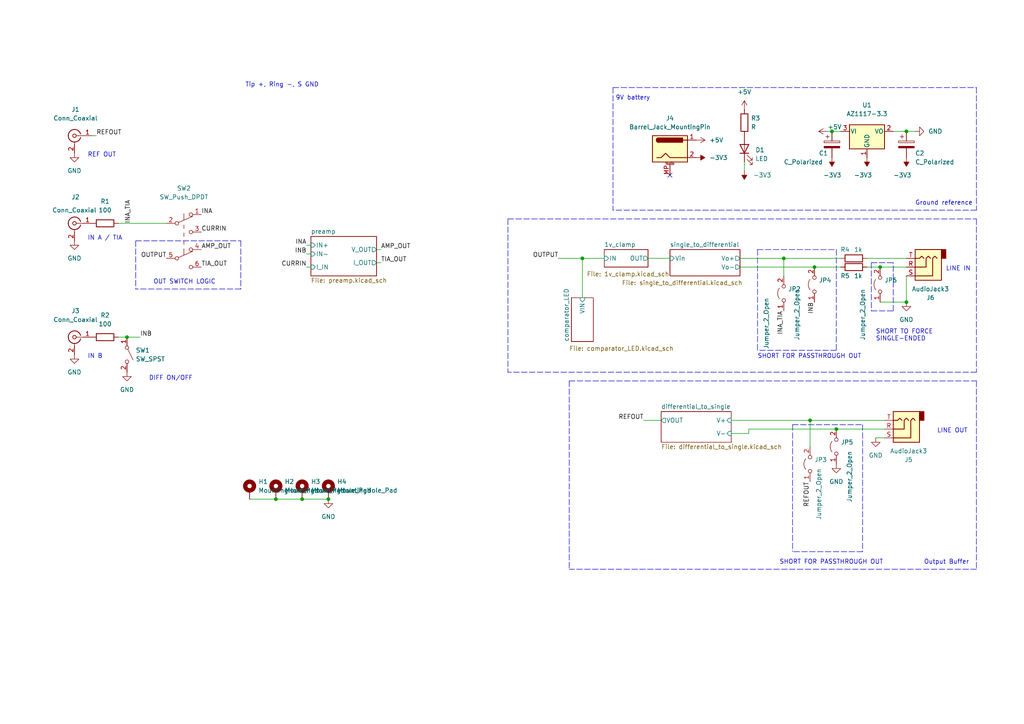
<source format=kicad_sch>
(kicad_sch (version 20211123) (generator eeschema)
  (paper "A4")
  (lib_symbols
    (symbol "Connector:AudioJack3"
      (property "Reference" "J" (at 0 8.89 0))
      (property "Value" "AudioJack3" (at 0 6.35 0))
      (symbol "AudioJack3_0_1"
        (rectangle (start -5.08 -5.08) (end -6.35 -2.54) (stroke (width 0.254)) (fill (type outline)))
        (polyline (pts (xy 0 -2.54) (xy 0.635 -3.175) (xy 1.27 -2.54) (xy 2.54 -2.54)) (stroke (width 0.254)))
        (polyline (pts (xy -1.905 -2.54) (xy -1.27 -3.175) (xy -0.635 -2.54) (xy -0.635 0) (xy 2.54 0)) (stroke (width 0.254)))
        (polyline (pts (xy 2.54 2.54) (xy -2.54 2.54) (xy -2.54 -2.54) (xy -3.175 -3.175) (xy -3.81 -2.54)) (stroke (width 0.254)))
        (rectangle (start 2.54 3.81) (end -5.08 -5.08) (stroke (width 0.254)) (fill (type background)))
      )
      (symbol "AudioJack3_1_1"
        (pin passive line (at 5.08 0 180) (length 2.54) (name "~") (number "R"))
        (pin passive line (at 5.08 2.54 180) (length 2.54) (name "~") (number "S"))
        (pin passive line (at 5.08 -2.54 180) (length 2.54) (name "~") (number "T"))
      )
    )
    (symbol "Connector:Barrel_Jack_MountingPin" (pin_names hide)
      (property "Reference" "J" (at 0 5.334 0))
      (property "Value" "Barrel_Jack_MountingPin" (at 1.27 -6.35 0))
      (symbol "Barrel_Jack_MountingPin_0_1"
        (rectangle (start -5.08 3.81) (end 5.08 -3.81) (stroke (width 0.254)) (fill (type background)))
        (arc (start -3.302 3.175) (mid -3.937 2.54) (end -3.302 1.905) (stroke (width 0.254)))
        (arc (start -3.302 3.175) (mid -3.937 2.54) (end -3.302 1.905) (stroke (width 0.254)) (fill (type outline)))
        (polyline (pts (xy 5.08 2.54) (xy 3.81 2.54)) (stroke (width 0.254)))
        (polyline (pts (xy -3.81 -2.54) (xy -2.54 -2.54) (xy -1.27 -1.27) (xy 0 -2.54) (xy 2.54 -2.54) (xy 5.08 -2.54)) (stroke (width 0.254)))
        (rectangle (start 3.683 3.175) (end -3.302 1.905) (stroke (width 0.254)) (fill (type outline)))
      )
      (symbol "Barrel_Jack_MountingPin_1_1"
        (polyline (pts (xy -1.016 -4.572) (xy 1.016 -4.572)) (stroke (width 0.1524)))
        (text "Mounting" (at 0 -4.191 0) (effects (font (size 0.381 0.381))))
        (pin passive line (at 7.62 2.54 180) (length 2.54) (name "~") (number "1"))
        (pin passive line (at 7.62 -2.54 180) (length 2.54) (name "~") (number "2"))
        (pin passive line (at 0 -7.62 90) (length 3.048) (name "MountPin") (number "MP"))
      )
    )
    (symbol "Connector:Conn_Coaxial" (pin_names (offset 1.016) hide)
      (property "Reference" "J" (at 0.254 3.048 0))
      (property "Value" "Conn_Coaxial" (at 2.921 0 90))
      (symbol "Conn_Coaxial_0_1"
        (arc (start -1.778 -0.508) (mid 0.2311 -1.8066) (end 1.778 0) (stroke (width 0.254)))
        (polyline (pts (xy -2.54 0) (xy -0.508 0)))
        (polyline (pts (xy 0 -2.54) (xy 0 -1.778)))
        (circle (center 0 0) (radius 0.508) (stroke (width 0.2032)))
        (arc (start 1.778 0) (mid 0.2099 1.8101) (end -1.778 0.508) (stroke (width 0.254)))
      )
      (symbol "Conn_Coaxial_1_1"
        (pin passive line (at -5.08 0 0) (length 2.54) (name "In") (number "1"))
        (pin passive line (at 0 -5.08 90) (length 2.54) (name "Ext") (number "2"))
      )
    )
    (symbol "Device:C_Polarized" (pin_numbers hide) (pin_names (offset 0.254))
      (property "Reference" "C" (at 0.635 2.54 0))
      (property "Value" "C_Polarized" (at 0.635 -2.54 0))
      (symbol "C_Polarized_0_1"
        (rectangle (start -2.286 0.508) (end 2.286 1.016))
        (polyline (pts (xy -1.778 2.286) (xy -0.762 2.286)))
        (polyline (pts (xy -1.27 2.794) (xy -1.27 1.778)))
        (rectangle (start 2.286 -0.508) (end -2.286 -1.016) (fill (type outline)))
      )
      (symbol "C_Polarized_1_1"
        (pin passive line (at 0 3.81 270) (length 2.794) (name "~") (number "1"))
        (pin passive line (at 0 -3.81 90) (length 2.794) (name "~") (number "2"))
      )
    )
    (symbol "Device:LED" (pin_numbers hide) (pin_names (offset 1.016) hide)
      (property "Reference" "D" (at 0 2.54 0))
      (property "Value" "LED" (at 0 -2.54 0))
      (symbol "LED_0_1"
        (polyline (pts (xy -1.27 -1.27) (xy -1.27 1.27)) (stroke (width 0.254)))
        (polyline (pts (xy -1.27 0) (xy 1.27 0)))
        (polyline (pts (xy 1.27 -1.27) (xy 1.27 1.27) (xy -1.27 0) (xy 1.27 -1.27)) (stroke (width 0.254)))
        (polyline (pts (xy -3.048 -0.762) (xy -4.572 -2.286) (xy -3.81 -2.286) (xy -4.572 -2.286) (xy -4.572 -1.524)))
        (polyline (pts (xy -1.778 -0.762) (xy -3.302 -2.286) (xy -2.54 -2.286) (xy -3.302 -2.286) (xy -3.302 -1.524)))
      )
      (symbol "LED_1_1"
        (pin passive line (at -3.81 0 0) (length 2.54) (name "K") (number "1"))
        (pin passive line (at 3.81 0 180) (length 2.54) (name "A") (number "2"))
      )
    )
    (symbol "Device:R" (pin_numbers hide) (pin_names (offset 0))
      (property "Reference" "R" (at 2.032 0 90))
      (property "Value" "R" (at 0 0 90))
      (symbol "R_0_1"
        (rectangle (start -1.016 -2.54) (end 1.016 2.54) (stroke (width 0.254)))
      )
      (symbol "R_1_1"
        (pin passive line (at 0 3.81 270) (length 1.27) (name "~") (number "1"))
        (pin passive line (at 0 -3.81 90) (length 1.27) (name "~") (number "2"))
      )
    )
    (symbol "Jumper:Jumper_2_Open" (pin_names (offset 0) hide)
      (property "Reference" "JP" (at 0 2.794 0))
      (property "Value" "Jumper_2_Open" (at 0 -2.286 0))
      (symbol "Jumper_2_Open_0_0"
        (circle (center -2.032 0) (radius 0.508))
        (circle (center 2.032 0) (radius 0.508))
      )
      (symbol "Jumper_2_Open_0_1"
        (arc (start 1.524 1.27) (mid 0 1.778) (end -1.524 1.27))
      )
      (symbol "Jumper_2_Open_1_1"
        (pin passive line (at -5.08 0 0) (length 2.54) (name "A") (number "1"))
        (pin passive line (at 5.08 0 180) (length 2.54) (name "B") (number "2"))
      )
    )
    (symbol "Mechanical:MountingHole_Pad" (pin_numbers hide) (pin_names (offset 1.016) hide)
      (property "Reference" "H" (at 0 6.35 0))
      (property "Value" "MountingHole_Pad" (at 0 4.445 0))
      (symbol "MountingHole_Pad_0_1"
        (circle (center 0 1.27) (radius 1.27) (stroke (width 1.27)))
      )
      (symbol "MountingHole_Pad_1_1"
        (pin input line (at 0 -2.54 90) (length 2.54) (name "1") (number "1"))
      )
    )
    (symbol "Regulator_Linear:AZ1117-3.3" (pin_names (offset 0.254))
      (property "Reference" "U" (at -3.81 3.175 0))
      (property "Value" "AZ1117-3.3" (at 0 3.175 0))
      (symbol "AZ1117-3.3_0_1"
        (rectangle (start -5.08 1.905) (end 5.08 -5.08) (stroke (width 0.254)) (fill (type background)))
      )
      (symbol "AZ1117-3.3_1_1"
        (pin power_in line (at 0 -7.62 90) (length 2.54) (name "GND") (number "1"))
        (pin power_out line (at 7.62 0 180) (length 2.54) (name "VO") (number "2"))
        (pin power_in line (at -7.62 0 0) (length 2.54) (name "VI") (number "3"))
      )
    )
    (symbol "Switch:SW_Push_DPDT" (pin_names (offset 0) hide)
      (property "Reference" "SW" (at 0 8.89 0))
      (property "Value" "SW_Push_DPDT" (at 0 -10.16 0))
      (symbol "SW_Push_DPDT_0_0"
        (circle (center -2.032 -5.08) (radius 0.508))
        (circle (center -2.032 5.08) (radius 0.508))
        (circle (center 2.032 -7.62) (radius 0.508))
        (circle (center 2.032 2.54) (radius 0.508))
      )
      (symbol "SW_Push_DPDT_0_1"
        (polyline (pts (xy -1.524 -4.826) (xy 2.54 -3.048)))
        (polyline (pts (xy -1.524 5.334) (xy 2.54 7.112)))
        (polyline (pts (xy 0 -2.286) (xy 0 -4.064)))
        (polyline (pts (xy 0 -1.016) (xy 0 0)))
        (polyline (pts (xy 0 1.27) (xy 0 2.286)))
        (polyline (pts (xy 0 3.556) (xy 0 4.572)))
        (polyline (pts (xy 0 7.874) (xy 0 6.096)))
        (circle (center 2.032 -2.54) (radius 0.508))
        (circle (center 2.032 7.62) (radius 0.508))
      )
      (symbol "SW_Push_DPDT_1_1"
        (pin passive line (at 5.08 7.62 180) (length 2.54) (name "A") (number "1"))
        (pin passive line (at -5.08 5.08 0) (length 2.54) (name "B") (number "2"))
        (pin passive line (at 5.08 2.54 180) (length 2.54) (name "C") (number "3"))
        (pin passive line (at 5.08 -2.54 180) (length 2.54) (name "A") (number "4"))
        (pin passive line (at -5.08 -5.08 0) (length 2.54) (name "B") (number "5"))
        (pin passive line (at 5.08 -7.62 180) (length 2.54) (name "C") (number "6"))
      )
    )
    (symbol "Switch:SW_SPST" (pin_names (offset 0) hide)
      (property "Reference" "SW" (at 0 3.175 0))
      (property "Value" "SW_SPST" (at 0 -2.54 0))
      (symbol "SW_SPST_0_0"
        (circle (center -2.032 0) (radius 0.508))
        (polyline (pts (xy -1.524 0.254) (xy 1.524 1.778)))
        (circle (center 2.032 0) (radius 0.508))
      )
      (symbol "SW_SPST_1_1"
        (pin passive line (at -5.08 0 0) (length 2.54) (name "A") (number "1"))
        (pin passive line (at 5.08 0 180) (length 2.54) (name "B") (number "2"))
      )
    )
    (symbol "power:+5V" (power) (pin_names (offset 0))
      (property "Value" "+5V" (at 0 3.556 0))
      (symbol "+5V_0_1"
        (polyline (pts (xy -0.762 1.27) (xy 0 2.54)))
        (polyline (pts (xy 0 0) (xy 0 2.54)))
        (polyline (pts (xy 0 2.54) (xy 0.762 1.27)))
      )
      (symbol "+5V_1_1"
        (pin power_in line (at 0 0 90) (length 0) hide (name "+5V") (number "1"))
      )
    )
    (symbol "power:-3V3" (power) (pin_names (offset 0))
      (property "Value" "-3V3" (at 0 3.81 0))
      (symbol "-3V3_0_0"
        (pin power_in line (at 0 0 90) (length 0) hide (name "-3V3") (number "1"))
      )
      (symbol "-3V3_0_1"
        (polyline (pts (xy 0 0) (xy 0 1.27) (xy 0.762 1.27) (xy 0 2.54) (xy -0.762 1.27) (xy 0 1.27)) (fill (type outline)))
      )
    )
    (symbol "power:GND" (power) (pin_names (offset 0))
      (property "Value" "GND" (at 0 -3.81 0))
      (symbol "GND_0_1"
        (polyline (pts (xy 0 0) (xy 0 -1.27) (xy 1.27 -1.27) (xy 0 -2.54) (xy -1.27 -1.27) (xy 0 -1.27)))
      )
      (symbol "GND_1_1"
        (pin power_in line (at 0 0 270) (length 0) hide (name "GND") (number "1"))
      )
    )
  )
  (junction (at 80.01 144.78))
  (junction (at 234.95 121.92))
  (junction (at 168.91 74.93))
  (junction (at 262.89 38.1))
  (junction (at 236.22 77.47))
  (junction (at 95.25 144.78))
  (junction (at 241.3 38.1))
  (junction (at 36.83 97.79))
  (junction (at 262.89 87.63))
  (junction (at 255.27 77.47))
  (junction (at 227.33 74.93))
  (junction (at 242.57 124.46))
  (junction (at 87.63 144.78))
  (no_connect (at 194.31 50.8))
  (wire (pts (xy 186.69 121.92) (xy 191.77 121.92)))
  (wire (pts (xy 241.3 38.1) (xy 243.84 38.1)))
  (polyline (pts (xy 283.21 63.5) (xy 283.21 107.95)))
  (wire (pts (xy 109.22 76.2) (xy 110.49 76.2)))
  (wire (pts (xy 80.01 144.78) (xy 87.63 144.78)))
  (polyline (pts (xy 283.21 60.96) (xy 177.8 60.96)))
  (polyline (pts (xy 165.1 110.49) (xy 283.21 110.49)))
  (wire (pts (xy 168.91 74.93) (xy 175.26 74.93)))
  (polyline (pts (xy 283.21 165.1) (xy 165.1 165.1)))
  (polyline (pts (xy 242.57 101.6) (xy 219.71 101.6)))
  (polyline (pts (xy 250.19 160.02) (xy 229.87 160.02)))
  (wire (pts (xy 168.91 74.93) (xy 168.91 86.36)))
  (polyline (pts (xy 39.37 69.85) (xy 39.37 83.82)))
  (polyline (pts (xy 229.87 123.19) (xy 250.19 123.19)))
  (polyline (pts (xy 219.71 72.39) (xy 242.57 72.39)))
  (wire (pts (xy 27.94 39.37) (xy 26.67 39.37)))
  (polyline (pts (xy 165.1 110.49) (xy 165.1 165.1)))
  (wire (pts (xy 217.17 124.46) (xy 242.57 124.46)))
  (wire (pts (xy 215.9 46.99) (xy 215.9 49.53)))
  (polyline (pts (xy 219.71 72.39) (xy 219.71 101.6)))
  (wire (pts (xy 240.03 38.1) (xy 241.3 38.1)))
  (polyline (pts (xy 39.37 69.85) (xy 69.85 69.85)))
  (polyline (pts (xy 177.8 25.4) (xy 283.21 25.4)))
  (wire (pts (xy 72.39 144.78) (xy 80.01 144.78)))
  (polyline (pts (xy 250.19 123.19) (xy 250.19 160.02)))
  (wire (pts (xy 251.46 74.93) (xy 262.89 74.93)))
  (wire (pts (xy 234.95 121.92) (xy 256.54 121.92)))
  (polyline (pts (xy 147.32 63.5) (xy 283.21 63.5)))
  (wire (pts (xy 236.22 77.47) (xy 243.84 77.47)))
  (wire (pts (xy 88.9 73.66) (xy 90.17 73.66)))
  (wire (pts (xy 214.63 77.47) (xy 236.22 77.47)))
  (wire (pts (xy 212.09 121.92) (xy 234.95 121.92)))
  (polyline (pts (xy 283.21 110.49) (xy 283.21 165.1)))
  (wire (pts (xy 254 127) (xy 256.54 127)))
  (wire (pts (xy 88.9 71.12) (xy 90.17 71.12)))
  (polyline (pts (xy 229.87 123.19) (xy 229.87 160.02)))
  (polyline (pts (xy 283.21 25.4) (xy 283.21 60.96)))
  (wire (pts (xy 161.925 74.93) (xy 168.91 74.93)))
  (wire (pts (xy 242.57 124.46) (xy 256.54 124.46)))
  (wire (pts (xy 34.29 64.77) (xy 48.26 64.77)))
  (wire (pts (xy 217.17 125.73) (xy 217.17 124.46)))
  (wire (pts (xy 187.96 74.93) (xy 194.31 74.93)))
  (wire (pts (xy 251.46 77.47) (xy 255.27 77.47)))
  (wire (pts (xy 262.89 80.01) (xy 262.89 87.63)))
  (wire (pts (xy 262.89 38.1) (xy 265.43 38.1)))
  (polyline (pts (xy 252.73 76.2) (xy 259.08 76.2)))
  (wire (pts (xy 227.33 74.93) (xy 243.84 74.93)))
  (wire (pts (xy 255.27 87.63) (xy 262.89 87.63)))
  (polyline (pts (xy 147.32 63.5) (xy 147.32 107.95)))
  (wire (pts (xy 87.63 144.78) (xy 95.25 144.78)))
  (polyline (pts (xy 259.08 90.17) (xy 259.08 76.2)))
  (wire (pts (xy 88.9 77.47) (xy 90.17 77.47)))
  (wire (pts (xy 214.63 74.93) (xy 227.33 74.93)))
  (wire (pts (xy 212.09 125.73) (xy 217.17 125.73)))
  (wire (pts (xy 255.27 77.47) (xy 262.89 77.47)))
  (wire (pts (xy 234.95 129.54) (xy 234.95 121.92)))
  (polyline (pts (xy 177.8 25.4) (xy 177.8 60.96)))
  (wire (pts (xy 34.29 97.79) (xy 36.83 97.79)))
  (polyline (pts (xy 283.21 107.95) (xy 147.32 107.95)))
  (polyline (pts (xy 252.73 76.2) (xy 252.73 90.17)))
  (polyline (pts (xy 252.73 90.17) (xy 259.08 90.17)))
  (polyline (pts (xy 69.85 83.82) (xy 39.37 83.82)))
  (wire (pts (xy 259.08 38.1) (xy 262.89 38.1)))
  (wire (pts (xy 36.83 97.79) (xy 40.64 97.79)))
  (wire (pts (xy 109.22 72.39) (xy 110.49 72.39)))
  (polyline (pts (xy 242.57 72.39) (xy 242.57 101.6)))
  (polyline (pts (xy 69.85 69.85) (xy 69.85 83.82)))
  (wire (pts (xy 227.33 80.01) (xy 227.33 74.93)))
  (text "REF OUT" (at 25.4 45.72 0) (effects (font (size 1.27 1.27)) (justify left bottom)))
  (text "9V battery" (at 188.595 29.21 180) (effects (font (size 1.27 1.27)) (justify right bottom)))
  (text "IN B" (at 25.4 104.14 0) (effects (font (size 1.27 1.27)) (justify left bottom)))
  (text "SHORT FOR PASSTHROUGH OUT" (at 219.71 104.14 0) (effects (font (size 1.27 1.27)) (justify left bottom)))
  (text "IN A / TIA" (at 25.4 69.85 0) (effects (font (size 1.27 1.27)) (justify left bottom)))
  (text "DIFF ON/OFF" (at 43.18 110.49 0) (effects (font (size 1.27 1.27)) (justify left bottom)))
  (text "LINE OUT" (at 271.78 125.73 0) (effects (font (size 1.27 1.27)) (justify left bottom)))
  (text "Output Buffer" (at 267.97 163.83 0) (effects (font (size 1.27 1.27)) (justify left bottom)))
  (text "SHORT FOR PASSTHROUGH OUT" (at 226.06 163.83 0) (effects (font (size 1.27 1.27)) (justify left bottom)))
  (text "Tip +, Ring -, S GND" (at 71.12 25.4 0) (effects (font (size 1.27 1.27)) (justify left bottom)))
  (text "SHORT TO FORCE\nSINGLE-ENDED" (at 254 99.06 0) (effects (font (size 1.27 1.27)) (justify left bottom)))
  (text "LINE IN" (at 274.32 78.74 0) (effects (font (size 1.27 1.27)) (justify left bottom)))
  (text "Ground reference" (at 265.43 59.69 0) (effects (font (size 1.27 1.27)) (justify left bottom)))
  (text "OUT SWITCH LOGIC" (at 44.45 82.55 0) (effects (font (size 1.27 1.27)) (justify left bottom)))
  (label "INB" (at 236.22 87.63 270))
  (label "INA" (at 58.42 62.23 0))
  (label "REFOUT" (at 27.94 39.37 0))
  (label "REFOUT" (at 186.69 121.92 180))
  (label "TIA_OUT" (at 110.49 76.2 0))
  (label "OUTPUT" (at 48.26 74.93 180))
  (label "REFOUT" (at 234.95 139.7 270))
  (label "AMP_OUT" (at 110.49 72.39 0))
  (label "CURRIN" (at 58.42 67.31 0))
  (label "INA_TIA" (at 38.1 64.77 90))
  (label "INA" (at 88.9 71.12 180))
  (label "INB" (at 40.64 97.79 0))
  (label "INA_TIA" (at 227.33 90.17 270))
  (label "OUTPUT" (at 161.925 74.93 180))
  (label "TIA_OUT" (at 58.42 77.47 0))
  (label "AMP_OUT" (at 58.42 72.39 0))
  (label "CURRIN" (at 88.9 77.47 180))
  (label "INB" (at 88.9 73.66 180))
  (symbol (lib_id "Device:R") (at 30.48 64.77 90) (unit 1)
    (property "Reference" "R1" (at 30.48 58.42 90))
    (property "Value" "100" (at 30.48 60.96 90))
    (property "Footprint" "Resistor_SMD:R_0805_2012Metric_Pad1.20x1.40mm_HandSolder" (effects hide))
  )
  (symbol (lib_id "power:GND") (at 95.25 144.78 0) (unit 1)
    (property "Reference" "#PWR0155" (effects hide))
    (property "Value" "GND" (at 95.25 149.86 0))
  )
  (symbol (lib_id "Mechanical:MountingHole_Pad") (at 80.01 142.24 0) (unit 1)
    (property "Reference" "H2" (at 82.55 139.6999 0) (effects (justify left)))
    (property "Value" "MountingHole_Pad" (at 82.55 142.2399 0) (effects (justify left)))
    (property "Footprint" "MountingHole:MountingHole_3.2mm_M3_DIN965_Pad" (effects hide))
  )
  (symbol (lib_id "Jumper:Jumper_2_Open") (at 234.95 134.62 90) (unit 1)
    (property "Reference" "JP3" (at 236.22 133.3499 90) (effects (justify right)))
    (property "Value" "Jumper_2_Open" (at 237.49 135.89 0) (effects (justify right)))
    (property "Footprint" "Jumper:SolderJumper-2_P1.3mm_Open_TrianglePad1.0x1.5mm" (effects hide))
  )
  (symbol (lib_id "Mechanical:MountingHole_Pad") (at 72.39 142.24 0) (unit 1)
    (property "Reference" "H1" (at 74.93 139.6999 0) (effects (justify left)))
    (property "Value" "MountingHole_Pad" (at 74.93 142.2399 0) (effects (justify left)))
    (property "Footprint" "MountingHole:MountingHole_3.2mm_M3_DIN965_Pad" (effects hide))
  )
  (symbol (lib_id "Connector:Conn_Coaxial") (at 21.59 64.77 0) (mirror y) (unit 1)
    (property "Reference" "J2" (at 21.9074 57.15 0))
    (property "Value" "Conn_Coaxial" (at 21.59 60.96 0))
    (property "Footprint" "Connector_Coaxial:BNC_Amphenol_B6252HB-NPP3G-50_Horizontal" (effects hide))
    (property "Datasheet" " ~" (effects hide))
  )
  (symbol (lib_id "power:GND") (at 21.59 44.45 0) (unit 1)
    (property "Reference" "#PWR0113" (effects hide))
    (property "Value" "GND" (at 21.59 49.53 0))
  )
  (symbol (lib_id "power:-3V3") (at 251.46 45.72 180) (unit 1)
    (property "Reference" "#PWR0105" (effects hide))
    (property "Value" "-3V3" (at 247.65 50.8 0) (effects (justify right)))
  )
  (symbol (lib_id "power:GND") (at 242.57 134.62 0) (unit 1)
    (property "Reference" "#PWR0101" (effects hide))
    (property "Value" "GND" (at 242.57 139.7 0))
  )
  (symbol (lib_id "power:+5V") (at 240.03 38.1 90) (unit 1)
    (property "Reference" "#PWR0106" (effects hide))
    (property "Value" "+5V" (at 240.03 36.83 90) (effects (justify right)))
  )
  (symbol (lib_id "power:GND") (at 254 127 0) (unit 1)
    (property "Reference" "#PWR0102" (effects hide))
    (property "Value" "GND" (at 254 132.08 0))
  )
  (symbol (lib_id "Jumper:Jumper_2_Open") (at 227.33 85.09 90) (unit 1)
    (property "Reference" "JP2" (at 228.6 83.8199 90) (effects (justify right)))
    (property "Value" "Jumper_2_Open" (at 222.25 86.36 0) (effects (justify right)))
    (property "Footprint" "Jumper:SolderJumper-2_P1.3mm_Open_TrianglePad1.0x1.5mm" (effects hide))
  )
  (symbol (lib_id "Connector:Conn_Coaxial") (at 21.59 97.79 0) (mirror y) (unit 1)
    (property "Reference" "J3" (at 21.9074 90.17 0))
    (property "Value" "Conn_Coaxial" (at 21.9074 92.71 0))
    (property "Footprint" "Connector_Coaxial:BNC_Amphenol_B6252HB-NPP3G-50_Horizontal" (effects hide))
    (property "Datasheet" " ~" (effects hide))
  )
  (symbol (lib_id "Device:C_Polarized") (at 241.3 41.91 0) (unit 1)
    (property "Reference" "C1" (at 237.49 44.45 0) (effects (justify left)))
    (property "Value" "C_Polarized" (at 227.33 46.99 0) (effects (justify left)))
    (property "Footprint" "Capacitor_THT:CP_Radial_D5.0mm_P2.50mm" (effects hide))
  )
  (symbol (lib_id "Regulator_Linear:AZ1117-3.3") (at 251.46 38.1 0) (unit 1)
    (property "Reference" "U1" (at 251.46 30.48 0))
    (property "Value" "AZ1117-3.3" (at 251.46 33.02 0))
    (property "Footprint" "Package_TO_SOT_SMD:SOT-223-3_TabPin2" (effects hide))
    (property "Datasheet" "https://www.diodes.com/assets/Datasheets/AZ1117.pdf" (effects hide))
  )
  (symbol (lib_id "Jumper:Jumper_2_Open") (at 236.22 82.55 90) (unit 1)
    (property "Reference" "JP4" (at 237.49 81.2799 90) (effects (justify right)))
    (property "Value" "Jumper_2_Open" (at 231.14 83.82 0) (effects (justify right)))
    (property "Footprint" "Jumper:SolderJumper-2_P1.3mm_Open_TrianglePad1.0x1.5mm" (effects hide))
  )
  (symbol (lib_id "power:-3V3") (at 201.93 45.72 270) (unit 1)
    (property "Reference" "#PWR0109" (effects hide))
    (property "Value" "-3V3" (at 205.74 45.7199 90) (effects (justify left)))
  )
  (symbol (lib_id "Connector:AudioJack3") (at 261.62 124.46 180) (unit 1)
    (property "Reference" "J5" (at 263.525 133.35 0))
    (property "Value" "AudioJack3" (at 263.525 130.81 0))
    (property "Footprint" "audiohacks:ACJS-MHDR" (effects hide))
  )
  (symbol (lib_id "power:-3V3") (at 215.9 49.53 180) (unit 1)
    (property "Reference" "#PWR0108" (effects hide))
    (property "Value" "-3V3" (at 218.44 50.7999 0) (effects (justify right)))
  )
  (symbol (lib_id "power:+5V") (at 201.93 40.64 270) (unit 1)
    (property "Reference" "#PWR0110" (effects hide))
    (property "Value" "+5V" (at 205.74 40.6399 90) (effects (justify left)))
  )
  (symbol (lib_id "power:GND") (at 21.59 69.85 0) (unit 1)
    (property "Reference" "#PWR0114" (effects hide))
    (property "Value" "GND" (at 21.59 74.93 0))
  )
  (symbol (lib_id "Device:R") (at 247.65 77.47 90) (unit 1)
    (property "Reference" "R5" (at 245.11 80.01 90))
    (property "Value" "1k" (at 248.92 80.01 90))
    (property "Footprint" "Resistor_SMD:R_0805_2012Metric_Pad1.20x1.40mm_HandSolder" (effects hide))
  )
  (symbol (lib_id "Device:LED") (at 215.9 43.18 90) (unit 1)
    (property "Reference" "D1" (at 219.075 43.4974 90) (effects (justify right)))
    (property "Value" "LED" (at 219.075 46.0374 90) (effects (justify right)))
    (property "Footprint" "LED_SMD:LED_0805_2012Metric_Pad1.15x1.40mm_HandSolder" (effects hide))
  )
  (symbol (lib_id "Device:R") (at 215.9 35.56 0) (unit 1)
    (property "Reference" "R3" (at 217.805 34.2899 0) (effects (justify left)))
    (property "Value" "R" (at 217.805 36.8299 0) (effects (justify left)))
    (property "Footprint" "Resistor_SMD:R_0805_2012Metric_Pad1.20x1.40mm_HandSolder" (effects hide))
  )
  (symbol (lib_id "Switch:SW_SPST") (at 36.83 102.87 270) (unit 1)
    (property "Reference" "SW1" (at 39.37 101.5999 90) (effects (justify left)))
    (property "Value" "SW_SPST" (at 39.37 104.1399 90) (effects (justify left)))
    (property "Footprint" "Button_Switch_THT:SW_E-Switch_EG1271_DPDT" (effects hide))
  )
  (symbol (lib_id "power:GND") (at 36.83 107.95 0) (unit 1)
    (property "Reference" "#PWR0112" (effects hide))
    (property "Value" "GND" (at 36.83 113.03 0))
  )
  (symbol (lib_id "Mechanical:MountingHole_Pad") (at 87.63 142.24 0) (unit 1)
    (property "Reference" "H3" (at 90.17 139.6999 0) (effects (justify left)))
    (property "Value" "MountingHole_Pad" (at 90.17 142.2399 0) (effects (justify left)))
    (property "Footprint" "MountingHole:MountingHole_3.2mm_M3_DIN965_Pad" (effects hide))
  )
  (symbol (lib_id "Connector:AudioJack3") (at 267.97 77.47 180) (unit 1)
    (property "Reference" "J6" (at 269.875 86.36 0))
    (property "Value" "AudioJack3" (at 269.875 83.82 0))
    (property "Footprint" "audiohacks:ACJS-MHDR" (effects hide))
  )
  (symbol (lib_id "Device:R") (at 247.65 74.93 90) (unit 1)
    (property "Reference" "R4" (at 245.11 72.39 90))
    (property "Value" "1k" (at 248.92 72.39 90))
    (property "Footprint" "Resistor_SMD:R_0805_2012Metric_Pad1.20x1.40mm_HandSolder" (effects hide))
  )
  (symbol (lib_id "Connector:Conn_Coaxial") (at 21.59 39.37 0) (mirror y) (unit 1)
    (property "Reference" "J1" (at 21.9074 31.75 0))
    (property "Value" "Conn_Coaxial" (at 21.9074 34.29 0))
    (property "Footprint" "Connector_Coaxial:BNC_Amphenol_B6252HB-NPP3G-50_Horizontal" (effects hide))
    (property "Datasheet" " ~" (effects hide))
  )
  (symbol (lib_id "power:-3V3") (at 241.3 45.72 180) (unit 1)
    (property "Reference" "#PWR0111" (effects hide))
    (property "Value" "-3V3" (at 238.76 50.8 0) (effects (justify right)))
  )
  (symbol (lib_id "Mechanical:MountingHole_Pad") (at 95.25 142.24 0) (unit 1)
    (property "Reference" "H4" (at 97.79 139.6999 0) (effects (justify left)))
    (property "Value" "MountingHole_Pad" (at 97.79 142.2399 0) (effects (justify left)))
    (property "Footprint" "MountingHole:MountingHole_3.2mm_M3_DIN965_Pad" (effects hide))
  )
  (symbol (lib_id "power:GND") (at 265.43 38.1 90) (unit 1)
    (property "Reference" "#PWR0103" (effects hide))
    (property "Value" "GND" (at 269.24 38.0999 90) (effects (justify right)))
  )
  (symbol (lib_id "Jumper:Jumper_2_Open") (at 242.57 129.54 90) (unit 1)
    (property "Reference" "JP5" (at 243.84 128.2699 90) (effects (justify right)))
    (property "Value" "Jumper_2_Open" (at 246.38 130.81 0) (effects (justify right)))
    (property "Footprint" "Jumper:SolderJumper-2_P1.3mm_Open_TrianglePad1.0x1.5mm" (effects hide))
  )
  (symbol (lib_id "Jumper:Jumper_2_Open") (at 255.27 82.55 90) (unit 1)
    (property "Reference" "JP6" (at 256.54 81.2799 90) (effects (justify right)))
    (property "Value" "Jumper_2_Open" (at 250.19 83.82 0) (effects (justify right)))
    (property "Footprint" "Jumper:SolderJumper-2_P1.3mm_Open_TrianglePad1.0x1.5mm" (effects hide))
  )
  (symbol (lib_id "power:-3V3") (at 262.89 45.72 180) (unit 1)
    (property "Reference" "#PWR0104" (effects hide))
    (property "Value" "-3V3" (at 259.08 50.8 0) (effects (justify right)))
  )
  (symbol (lib_id "Connector:Barrel_Jack_MountingPin") (at 194.31 43.18 0) (unit 1)
    (property "Reference" "J4" (at 194.31 34.29 0))
    (property "Value" "Barrel_Jack_MountingPin" (at 194.31 36.83 0))
    (property "Footprint" "Connector_BarrelJack:BarrelJack_CUI_PJ-063AH_Horizontal" (effects hide))
  )
  (symbol (lib_id "Device:C_Polarized") (at 262.89 41.91 0) (unit 1)
    (property "Reference" "C2" (at 265.43 44.45 0) (effects (justify left)))
    (property "Value" "C_Polarized" (at 265.43 46.99 0) (effects (justify left)))
    (property "Footprint" "Capacitor_THT:CP_Radial_D5.0mm_P2.50mm" (effects hide))
  )
  (symbol (lib_id "power:GND") (at 262.89 87.63 0) (unit 1)
    (property "Reference" "#PWR0116" (effects hide))
    (property "Value" "GND" (at 262.89 92.71 0))
  )
  (symbol (lib_id "Switch:SW_Push_DPDT") (at 53.34 69.85 0) (unit 1)
    (property "Reference" "SW2" (at 53.34 54.61 0))
    (property "Value" "SW_Push_DPDT" (at 53.34 57.15 0))
    (property "Footprint" "Button_Switch_THT:SW_E-Switch_EG1271_DPDT" (effects hide))
  )
  (symbol (lib_id "power:+5V") (at 215.9 31.75 0) (unit 1)
    (property "Reference" "#PWR0107" (effects hide))
    (property "Value" "+5V" (at 215.9 26.67 0))
  )
  (symbol (lib_id "power:GND") (at 21.59 102.87 0) (unit 1)
    (property "Reference" "#PWR0115" (effects hide))
    (property "Value" "GND" (at 21.59 107.95 0))
  )
  (symbol (lib_id "Device:R") (at 30.48 97.79 90) (unit 1)
    (property "Reference" "R2" (at 30.48 91.44 90))
    (property "Value" "100" (at 30.48 93.98 90))
    (property "Footprint" "Resistor_SMD:R_0805_2012Metric_Pad1.20x1.40mm_HandSolder" (effects hide))
  )
  (sheet (at 165.735 86.36) (size 6.35 12.7) (stroke (width 0.1524))
    (property "Sheet name" "comparator_LED" (at 165.0234 99.06 90) (effects (justify left bottom)))
    (property "Sheet file" "comparator_LED.kicad_sch" (at 165.1 100.33 0) (effects (justify left top)))
    (pin "VIN" input (at 168.91 86.36 90))
  )
  (sheet (at 90.17 68.58) (size 19.05 11.43) (stroke (width 0.1524))
    (property "Sheet name" "preamp" (at 90.17 67.8684 0) (effects (justify left bottom)))
    (property "Sheet file" "preamp.kicad_sch" (at 90.17 80.5946 0) (effects (justify left top)))
    (pin "I_IN" input (at 90.17 77.47 180))
    (pin "IN-" input (at 90.17 73.66 180))
    (pin "IN+" input (at 90.17 71.12 180))
    (pin "V_OUT" output (at 109.22 72.39 0))
    (pin "I_OUT" output (at 109.22 76.2 0))
  )
  (sheet (at 175.26 72.39) (size 12.7 5.08) (stroke (width 0.1524))
    (property "Sheet name" "1v_clamp" (at 175.26 71.6784 0) (effects (justify left bottom)))
    (property "Sheet file" "1v_clamp.kicad_sch" (at 170.18 78.74 0) (effects (justify left top)))
    (pin "OUT" output (at 187.96 74.93 0))
    (pin "IN" input (at 175.26 74.93 180))
  )
  (sheet (at 191.77 119.38) (size 20.32 8.89) (stroke (width 0.1524))
    (property "Sheet name" "differential_to_single" (at 191.77 118.6684 0) (effects (justify left bottom)))
    (property "Sheet file" "differential_to_single.kicad_sch" (at 191.77 128.8546 0) (effects (justify left top)))
    (pin "V+" input (at 212.09 121.92 0))
    (pin "V-" input (at 212.09 125.73 0))
    (pin "VOUT" output (at 191.77 121.92 180))
  )
  (sheet (at 194.31 72.39) (size 20.32 7.62) (stroke (width 0.1524))
    (property "Sheet name" "single_to_differential" (at 194.31 71.6784 0) (effects (justify left bottom)))
    (property "Sheet file" "single_to_differential.kicad_sch" (at 180.34 81.28 0) (effects (justify left top)))
    (pin "Vo+" output (at 214.63 74.93 0))
    (pin "Vo-" output (at 214.63 77.47 0))
    (pin "Vin" input (at 194.31 74.93 180))
  )
)
</source>
